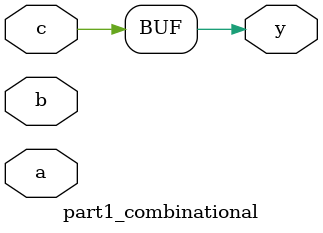
<source format=v>
module part1_combinational(
    input a,
    input b,
    input c,
    output y
);

// Логика на основе анализа временной диаграммы
assign y = c;

endmodule

</source>
